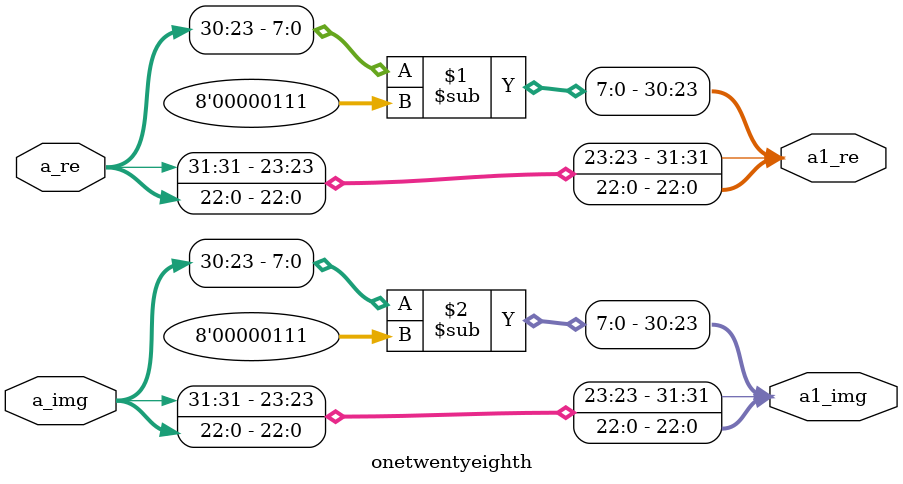
<source format=v>
`timescale 1ns / 1ps
module onetwentyeighth(
    input [31:0] a_re,
    input [31:0] a_img,
    output [31:0] a1_re,
    output [31:0] a1_img
    );

assign a1_re[31]=a_re[31],a1_img[31]=a_img[31];
assign a1_re[30:23]=a_re[30:23]-8'b00000111,a1_img[30:23]=a_img[30:23]-8'b00000111;
assign a1_re[22:0]=a_re[22:0],a1_img[22:0]=a_img[22:0];
endmodule

</source>
